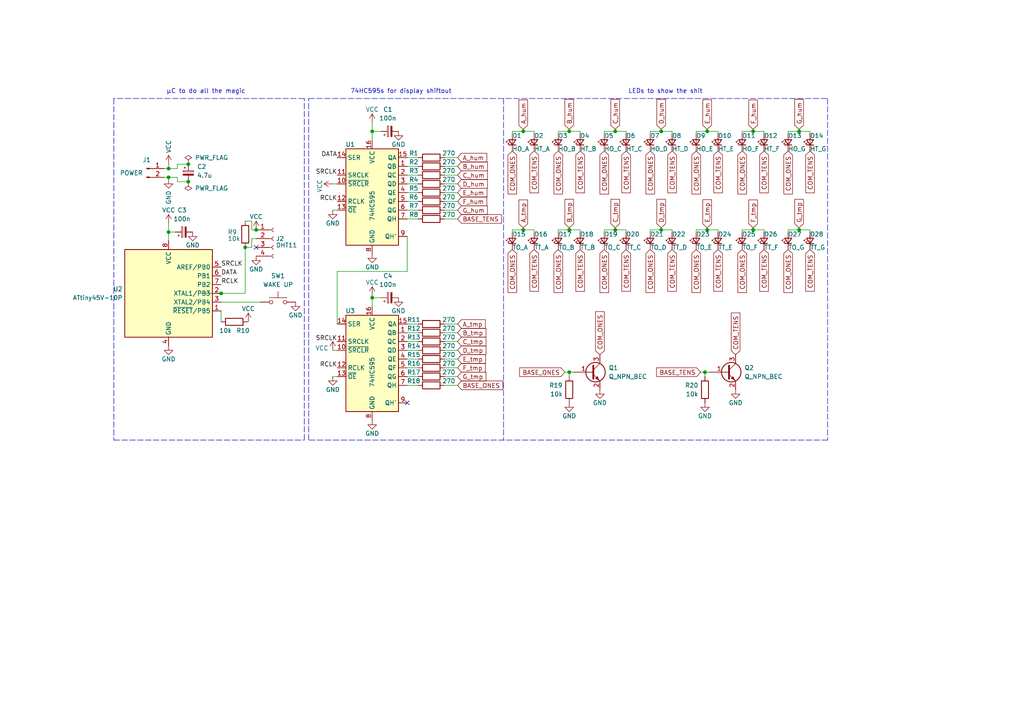
<source format=kicad_sch>
(kicad_sch (version 20211123) (generator eeschema)
  (paper "A4")
  (lib_symbols
    (symbol "74xx:74HC595"
      (property "Reference" "U" (at -7.62 13.97 0))
      (property "Value" "74HC595" (at -7.62 -16.51 0))
      (symbol "74HC595_1_0"
        (pin tri_state line (at 10.16 7.62 180) (length 2.54) (name "QB") (number "1"))
        (pin input line (at -10.16 2.54 0) (length 2.54) (name "~{SRCLR}") (number "10"))
        (pin input line (at -10.16 5.08 0) (length 2.54) (name "SRCLK") (number "11"))
        (pin input line (at -10.16 -2.54 0) (length 2.54) (name "RCLK") (number "12"))
        (pin input line (at -10.16 -5.08 0) (length 2.54) (name "~{OE}") (number "13"))
        (pin input line (at -10.16 10.16 0) (length 2.54) (name "SER") (number "14"))
        (pin tri_state line (at 10.16 10.16 180) (length 2.54) (name "QA") (number "15"))
        (pin power_in line (at 0 15.24 270) (length 2.54) (name "VCC") (number "16"))
        (pin tri_state line (at 10.16 5.08 180) (length 2.54) (name "QC") (number "2"))
        (pin tri_state line (at 10.16 2.54 180) (length 2.54) (name "QD") (number "3"))
        (pin tri_state line (at 10.16 0 180) (length 2.54) (name "QE") (number "4"))
        (pin tri_state line (at 10.16 -2.54 180) (length 2.54) (name "QF") (number "5"))
        (pin tri_state line (at 10.16 -5.08 180) (length 2.54) (name "QG") (number "6"))
        (pin tri_state line (at 10.16 -7.62 180) (length 2.54) (name "QH") (number "7"))
        (pin power_in line (at 0 -17.78 90) (length 2.54) (name "GND") (number "8"))
        (pin output line (at 10.16 -12.7 180) (length 2.54) (name "QH'") (number "9"))
      )
      (symbol "74HC595_1_1"
        (rectangle (start -7.62 12.7) (end 7.62 -15.24) (stroke (width 0.254)) (fill (type background)))
      )
    )
    (symbol "Connector:Conn_01x02_Male" (pin_names (offset 1.016) hide)
      (property "Reference" "J" (at 0 2.54 0))
      (property "Value" "Conn_01x02_Male" (at 0 -5.08 0))
      (symbol "Conn_01x02_Male_1_1"
        (polyline (pts (xy 1.27 -2.54) (xy 0.8636 -2.54)) (stroke (width 0.1524)))
        (polyline (pts (xy 1.27 0) (xy 0.8636 0)) (stroke (width 0.1524)))
        (rectangle (start 0.8636 -2.413) (end 0 -2.667) (stroke (width 0.1524)) (fill (type outline)))
        (rectangle (start 0.8636 0.127) (end 0 -0.127) (stroke (width 0.1524)) (fill (type outline)))
        (pin passive line (at 5.08 0 180) (length 3.81) (name "Pin_1") (number "1"))
        (pin passive line (at 5.08 -2.54 180) (length 3.81) (name "Pin_2") (number "2"))
      )
    )
    (symbol "Connector:Conn_01x04_Female" (pin_names (offset 1.016) hide)
      (property "Reference" "J" (at 0 5.08 0))
      (property "Value" "Conn_01x04_Female" (at 0 -7.62 0))
      (symbol "Conn_01x04_Female_1_1"
        (arc (start 0 -4.572) (mid -0.508 -5.08) (end 0 -5.588) (stroke (width 0.1524)))
        (arc (start 0 -2.032) (mid -0.508 -2.54) (end 0 -3.048) (stroke (width 0.1524)))
        (polyline (pts (xy -1.27 -5.08) (xy -0.508 -5.08)) (stroke (width 0.1524)))
        (polyline (pts (xy -1.27 -2.54) (xy -0.508 -2.54)) (stroke (width 0.1524)))
        (polyline (pts (xy -1.27 0) (xy -0.508 0)) (stroke (width 0.1524)))
        (polyline (pts (xy -1.27 2.54) (xy -0.508 2.54)) (stroke (width 0.1524)))
        (arc (start 0 0.508) (mid -0.508 0) (end 0 -0.508) (stroke (width 0.1524)))
        (arc (start 0 3.048) (mid -0.508 2.54) (end 0 2.032) (stroke (width 0.1524)))
        (pin passive line (at -5.08 2.54 0) (length 3.81) (name "Pin_1") (number "1"))
        (pin passive line (at -5.08 0 0) (length 3.81) (name "Pin_2") (number "2"))
        (pin passive line (at -5.08 -2.54 0) (length 3.81) (name "Pin_3") (number "3"))
        (pin passive line (at -5.08 -5.08 0) (length 3.81) (name "Pin_4") (number "4"))
      )
    )
    (symbol "Device:C_Polarized_Small" (pin_numbers hide) (pin_names (offset 0.254) hide)
      (property "Reference" "C" (at 0.254 1.778 0))
      (property "Value" "C_Polarized_Small" (at 0.254 -2.032 0))
      (symbol "C_Polarized_Small_0_1"
        (rectangle (start -1.524 -0.3048) (end 1.524 -0.6858) (fill (type outline)))
        (rectangle (start -1.524 0.6858) (end 1.524 0.3048))
        (polyline (pts (xy -1.27 1.524) (xy -0.762 1.524)))
        (polyline (pts (xy -1.016 1.27) (xy -1.016 1.778)))
      )
      (symbol "C_Polarized_Small_1_1"
        (pin passive line (at 0 2.54 270) (length 1.8542) (name "~") (number "1"))
        (pin passive line (at 0 -2.54 90) (length 1.8542) (name "~") (number "2"))
      )
    )
    (symbol "Device:LED_Small" (pin_numbers hide) (pin_names (offset 0.254) hide)
      (property "Reference" "D" (at -1.27 3.175 0))
      (property "Value" "LED_Small" (at -4.445 -2.54 0))
      (symbol "LED_Small_0_1"
        (polyline (pts (xy -0.762 -1.016) (xy -0.762 1.016)) (stroke (width 0.254)))
        (polyline (pts (xy 1.016 0) (xy -0.762 0)))
        (polyline (pts (xy 0.762 -1.016) (xy -0.762 0) (xy 0.762 1.016) (xy 0.762 -1.016)) (stroke (width 0.254)))
        (polyline (pts (xy 0 0.762) (xy -0.508 1.27) (xy -0.254 1.27) (xy -0.508 1.27) (xy -0.508 1.016)))
        (polyline (pts (xy 0.508 1.27) (xy 0 1.778) (xy 0.254 1.778) (xy 0 1.778) (xy 0 1.524)))
      )
      (symbol "LED_Small_1_1"
        (pin passive line (at -2.54 0 0) (length 1.778) (name "K") (number "1"))
        (pin passive line (at 2.54 0 180) (length 1.778) (name "A") (number "2"))
      )
    )
    (symbol "Device:Q_NPN_BEC" (pin_names (offset 0) hide)
      (property "Reference" "Q" (at 5.08 1.27 0))
      (property "Value" "Q_NPN_BEC" (at 5.08 -1.27 0))
      (symbol "Q_NPN_BEC_0_1"
        (polyline (pts (xy 0.635 0.635) (xy 2.54 2.54)))
        (polyline (pts (xy 0.635 -0.635) (xy 2.54 -2.54) (xy 2.54 -2.54)))
        (polyline (pts (xy 0.635 1.905) (xy 0.635 -1.905) (xy 0.635 -1.905)) (stroke (width 0.508)))
        (polyline (pts (xy 1.27 -1.778) (xy 1.778 -1.27) (xy 2.286 -2.286) (xy 1.27 -1.778) (xy 1.27 -1.778)) (fill (type outline)))
        (circle (center 1.27 0) (radius 2.8194) (stroke (width 0.254)))
      )
      (symbol "Q_NPN_BEC_1_1"
        (pin input line (at -5.08 0 0) (length 5.715) (name "B") (number "1"))
        (pin passive line (at 2.54 -5.08 90) (length 2.54) (name "E") (number "2"))
        (pin passive line (at 2.54 5.08 270) (length 2.54) (name "C") (number "3"))
      )
    )
    (symbol "Device:R" (pin_numbers hide) (pin_names (offset 0))
      (property "Reference" "R" (at 2.032 0 90))
      (property "Value" "R" (at 0 0 90))
      (symbol "R_0_1"
        (rectangle (start -1.016 -2.54) (end 1.016 2.54) (stroke (width 0.254)))
      )
      (symbol "R_1_1"
        (pin passive line (at 0 3.81 270) (length 1.27) (name "~") (number "1"))
        (pin passive line (at 0 -3.81 90) (length 1.27) (name "~") (number "2"))
      )
    )
    (symbol "MCU_Microchip_ATtiny:ATtiny45V-10P"
      (property "Reference" "U" (at -12.7 13.97 0))
      (property "Value" "ATtiny45V-10P" (at 2.54 -13.97 0))
      (symbol "ATtiny45V-10P_0_1"
        (rectangle (start -12.7 -12.7) (end 12.7 12.7) (stroke (width 0.254)) (fill (type background)))
      )
      (symbol "ATtiny45V-10P_1_1"
        (pin bidirectional line (at 15.24 -5.08 180) (length 2.54) (name "~{RESET}/PB5") (number "1"))
        (pin bidirectional line (at 15.24 0 180) (length 2.54) (name "XTAL1/PB3") (number "2"))
        (pin bidirectional line (at 15.24 -2.54 180) (length 2.54) (name "XTAL2/PB4") (number "3"))
        (pin power_in line (at 0 -15.24 90) (length 2.54) (name "GND") (number "4"))
        (pin bidirectional line (at 15.24 7.62 180) (length 2.54) (name "AREF/PB0") (number "5"))
        (pin bidirectional line (at 15.24 5.08 180) (length 2.54) (name "PB1") (number "6"))
        (pin bidirectional line (at 15.24 2.54 180) (length 2.54) (name "PB2") (number "7"))
        (pin power_in line (at 0 15.24 270) (length 2.54) (name "VCC") (number "8"))
      )
    )
    (symbol "Switch:SW_Push" (pin_numbers hide) (pin_names (offset 1.016) hide)
      (property "Reference" "SW" (at 1.27 2.54 0))
      (property "Value" "SW_Push" (at 0 -1.524 0))
      (symbol "SW_Push_0_1"
        (circle (center -2.032 0) (radius 0.508))
        (polyline (pts (xy 0 1.27) (xy 0 3.048)))
        (polyline (pts (xy 2.54 1.27) (xy -2.54 1.27)))
        (circle (center 2.032 0) (radius 0.508))
        (pin passive line (at -5.08 0 0) (length 2.54) (name "1") (number "1"))
        (pin passive line (at 5.08 0 180) (length 2.54) (name "2") (number "2"))
      )
    )
    (symbol "power:GND" (power) (pin_names (offset 0))
      (property "Value" "GND" (at 0 -3.81 0))
      (symbol "GND_0_1"
        (polyline (pts (xy 0 0) (xy 0 -1.27) (xy 1.27 -1.27) (xy 0 -2.54) (xy -1.27 -1.27) (xy 0 -1.27)))
      )
      (symbol "GND_1_1"
        (pin power_in line (at 0 0 270) (length 0) hide (name "GND") (number "1"))
      )
    )
    (symbol "power:PWR_FLAG" (power) (pin_numbers hide) (pin_names (offset 0) hide)
      (property "Value" "PWR_FLAG" (at 0 3.81 0))
      (symbol "PWR_FLAG_0_0"
        (pin power_out line (at 0 0 90) (length 0) (name "pwr") (number "1"))
      )
      (symbol "PWR_FLAG_0_1"
        (polyline (pts (xy 0 0) (xy 0 1.27) (xy -1.016 1.905) (xy 0 2.54) (xy 1.016 1.905) (xy 0 1.27)))
      )
    )
    (symbol "power:VCC" (power) (pin_names (offset 0))
      (property "Value" "VCC" (at 0 3.81 0))
      (symbol "VCC_0_1"
        (polyline (pts (xy -0.762 1.27) (xy 0 2.54)))
        (polyline (pts (xy 0 0) (xy 0 2.54)))
        (polyline (pts (xy 0 2.54) (xy 0.762 1.27)))
      )
      (symbol "VCC_1_1"
        (pin power_in line (at 0 0 90) (length 0) hide (name "VCC") (number "1"))
      )
    )
  )
  (junction (at 48.895 48.895))
  (junction (at 54.61 52.705))
  (junction (at 74.295 66.675))
  (junction (at 165.1 107.95))
  (junction (at 107.95 38.1))
  (junction (at 205.105 38.1))
  (junction (at 165.1 66.675))
  (junction (at 165.1 38.1))
  (junction (at 231.775 38.1))
  (junction (at 218.44 66.675))
  (junction (at 231.775 66.675))
  (junction (at 151.765 38.1))
  (junction (at 48.895 51.435))
  (junction (at 64.135 85.09))
  (junction (at 178.435 38.1))
  (junction (at 54.61 47.625))
  (junction (at 218.44 38.1))
  (junction (at 151.765 66.675))
  (junction (at 205.105 66.675))
  (junction (at 204.47 107.95))
  (junction (at 48.895 67.31))
  (junction (at 178.435 66.675))
  (junction (at 191.77 66.675))
  (junction (at 71.12 71.755))
  (junction (at 191.77 38.1))
  (junction (at 107.95 86.36))
  (no_connect (at 74.295 71.755))
  (no_connect (at 118.11 116.84))
  (wire (pts (xy 231.775 66.675) (xy 234.95 66.675)))
  (wire (pts (xy 48.895 51.435) (xy 48.895 52.07)))
  (wire (pts (xy 118.11 101.6) (xy 121.285 101.6)))
  (wire (pts (xy 191.77 38.1) (xy 194.945 38.1)))
  (wire (pts (xy 48.895 47.625) (xy 48.895 48.895)))
  (wire (pts (xy 71.755 93.345) (xy 72.009 93.345)))
  (wire (pts (xy 128.905 48.26) (xy 132.715 48.26)))
  (polyline (pts (xy 33.02 28.575) (xy 33.02 127.635)))
  (wire (pts (xy 148.59 67.31) (xy 148.59 66.675)))
  (wire (pts (xy 188.595 67.31) (xy 188.595 66.675)))
  (wire (pts (xy 181.61 67.31) (xy 181.61 66.675)))
  (wire (pts (xy 228.6 66.675) (xy 231.775 66.675)))
  (wire (pts (xy 188.595 38.1) (xy 191.77 38.1)))
  (wire (pts (xy 74.295 69.215) (xy 73.025 69.215)))
  (wire (pts (xy 151.765 38.1) (xy 154.94 38.1)))
  (wire (pts (xy 228.6 38.735) (xy 228.6 38.1)))
  (wire (pts (xy 96.52 101.6) (xy 97.79 101.6)))
  (wire (pts (xy 151.765 66.675) (xy 154.94 66.675)))
  (wire (pts (xy 97.79 60.96) (xy 96.52 60.96)))
  (wire (pts (xy 118.11 93.98) (xy 121.285 93.98)))
  (wire (pts (xy 161.925 38.735) (xy 161.925 38.1)))
  (wire (pts (xy 205.105 66.675) (xy 208.28 66.675)))
  (wire (pts (xy 107.95 86.36) (xy 107.95 85.725)))
  (wire (pts (xy 231.775 38.1) (xy 234.95 38.1)))
  (wire (pts (xy 205.105 38.1) (xy 208.28 38.1)))
  (wire (pts (xy 218.44 66.675) (xy 218.44 66.04)))
  (wire (pts (xy 191.77 66.675) (xy 194.945 66.675)))
  (wire (pts (xy 58.42 85.09) (xy 64.135 85.09)))
  (wire (pts (xy 118.11 45.72) (xy 121.285 45.72)))
  (wire (pts (xy 128.905 55.88) (xy 132.715 55.88)))
  (wire (pts (xy 178.435 38.1) (xy 181.61 38.1)))
  (wire (pts (xy 191.77 66.675) (xy 191.77 66.04)))
  (wire (pts (xy 48.895 51.435) (xy 51.435 51.435)))
  (wire (pts (xy 194.945 38.735) (xy 194.945 38.1)))
  (polyline (pts (xy 88.265 28.575) (xy 33.02 28.575)))
  (wire (pts (xy 215.265 38.735) (xy 215.265 38.1)))
  (wire (pts (xy 110.49 86.36) (xy 107.95 86.36)))
  (wire (pts (xy 97.79 78.74) (xy 97.79 93.98)))
  (wire (pts (xy 231.775 66.675) (xy 231.775 66.04)))
  (wire (pts (xy 165.1 66.675) (xy 165.1 66.04)))
  (wire (pts (xy 205.105 66.675) (xy 205.105 66.04)))
  (wire (pts (xy 128.905 58.42) (xy 132.715 58.42)))
  (wire (pts (xy 128.905 106.68) (xy 132.715 106.68)))
  (wire (pts (xy 178.435 66.675) (xy 181.61 66.675)))
  (wire (pts (xy 204.47 109.22) (xy 204.47 107.95)))
  (wire (pts (xy 96.52 109.22) (xy 97.79 109.22)))
  (wire (pts (xy 148.59 66.675) (xy 151.765 66.675)))
  (wire (pts (xy 73.025 69.215) (xy 73.025 71.755)))
  (wire (pts (xy 175.26 38.735) (xy 175.26 38.1)))
  (wire (pts (xy 175.26 66.675) (xy 178.435 66.675)))
  (wire (pts (xy 151.765 66.675) (xy 151.765 66.04)))
  (wire (pts (xy 178.435 38.1) (xy 178.435 37.465)))
  (wire (pts (xy 208.28 38.735) (xy 208.28 38.1)))
  (wire (pts (xy 107.95 88.9) (xy 107.95 86.36)))
  (wire (pts (xy 118.11 55.88) (xy 121.285 55.88)))
  (wire (pts (xy 163.83 107.95) (xy 165.1 107.95)))
  (wire (pts (xy 48.895 64.77) (xy 48.895 67.31)))
  (wire (pts (xy 51.435 47.625) (xy 54.61 47.625)))
  (wire (pts (xy 181.61 38.735) (xy 181.61 38.1)))
  (wire (pts (xy 118.11 63.5) (xy 121.285 63.5)))
  (wire (pts (xy 228.6 38.1) (xy 231.775 38.1)))
  (wire (pts (xy 118.11 111.76) (xy 121.285 111.76)))
  (wire (pts (xy 118.11 50.8) (xy 121.285 50.8)))
  (wire (pts (xy 215.265 67.31) (xy 215.265 66.675)))
  (polyline (pts (xy 33.02 127.635) (xy 88.265 127.635)))
  (polyline (pts (xy 89.535 28.575) (xy 240.03 28.575)))
  (wire (pts (xy 128.905 111.76) (xy 132.715 111.76)))
  (wire (pts (xy 218.44 38.1) (xy 218.44 37.465)))
  (wire (pts (xy 204.47 107.95) (xy 205.74 107.95)))
  (wire (pts (xy 178.435 66.675) (xy 178.435 66.04)))
  (wire (pts (xy 118.11 53.34) (xy 121.285 53.34)))
  (wire (pts (xy 168.275 38.735) (xy 168.275 38.1)))
  (wire (pts (xy 221.615 38.735) (xy 221.615 38.1)))
  (wire (pts (xy 64.135 87.63) (xy 75.565 87.63)))
  (wire (pts (xy 201.93 38.735) (xy 201.93 38.1)))
  (wire (pts (xy 118.11 78.74) (xy 97.79 78.74)))
  (wire (pts (xy 51.435 51.435) (xy 51.435 52.705)))
  (wire (pts (xy 71.12 71.755) (xy 71.12 85.09)))
  (wire (pts (xy 201.93 67.31) (xy 201.93 66.675)))
  (polyline (pts (xy 240.03 28.575) (xy 240.03 127.635)))
  (wire (pts (xy 154.94 38.735) (xy 154.94 38.1)))
  (wire (pts (xy 118.11 106.68) (xy 121.285 106.68)))
  (wire (pts (xy 64.135 90.17) (xy 64.135 93.345)))
  (wire (pts (xy 107.95 38.1) (xy 107.95 35.56)))
  (wire (pts (xy 73.025 64.135) (xy 73.025 66.675)))
  (wire (pts (xy 161.925 38.1) (xy 165.1 38.1)))
  (wire (pts (xy 51.435 52.705) (xy 54.61 52.705)))
  (wire (pts (xy 128.905 104.14) (xy 132.715 104.14)))
  (wire (pts (xy 215.265 66.675) (xy 218.44 66.675)))
  (wire (pts (xy 118.11 96.52) (xy 121.285 96.52)))
  (wire (pts (xy 203.2 107.95) (xy 204.47 107.95)))
  (wire (pts (xy 97.79 53.34) (xy 96.52 53.34)))
  (wire (pts (xy 128.905 50.8) (xy 132.715 50.8)))
  (wire (pts (xy 121.285 99.06) (xy 118.11 99.06)))
  (wire (pts (xy 148.59 38.1) (xy 151.765 38.1)))
  (wire (pts (xy 188.595 66.675) (xy 191.77 66.675)))
  (wire (pts (xy 128.905 93.98) (xy 132.715 93.98)))
  (wire (pts (xy 161.925 66.675) (xy 165.1 66.675)))
  (wire (pts (xy 165.1 107.95) (xy 166.37 107.95)))
  (wire (pts (xy 128.905 101.6) (xy 132.715 101.6)))
  (wire (pts (xy 218.44 38.1) (xy 221.615 38.1)))
  (wire (pts (xy 47.625 51.435) (xy 48.895 51.435)))
  (wire (pts (xy 154.94 67.31) (xy 154.94 66.675)))
  (wire (pts (xy 175.26 38.1) (xy 178.435 38.1)))
  (wire (pts (xy 121.285 109.22) (xy 118.11 109.22)))
  (wire (pts (xy 118.11 60.96) (xy 121.285 60.96)))
  (wire (pts (xy 148.59 38.735) (xy 148.59 38.1)))
  (wire (pts (xy 234.95 67.31) (xy 234.95 66.675)))
  (wire (pts (xy 168.275 67.31) (xy 168.275 66.675)))
  (wire (pts (xy 215.265 38.1) (xy 218.44 38.1)))
  (wire (pts (xy 151.765 38.1) (xy 151.765 37.465)))
  (wire (pts (xy 110.49 38.1) (xy 107.95 38.1)))
  (wire (pts (xy 118.11 68.58) (xy 118.11 78.74)))
  (wire (pts (xy 50.8 67.31) (xy 48.895 67.31)))
  (wire (pts (xy 165.1 109.22) (xy 165.1 107.95)))
  (wire (pts (xy 51.435 48.895) (xy 51.435 47.625)))
  (wire (pts (xy 128.905 60.96) (xy 132.715 60.96)))
  (wire (pts (xy 128.905 109.22) (xy 132.715 109.22)))
  (wire (pts (xy 194.945 67.31) (xy 194.945 66.675)))
  (wire (pts (xy 165.1 66.675) (xy 168.275 66.675)))
  (wire (pts (xy 205.105 38.1) (xy 205.105 37.465)))
  (wire (pts (xy 208.28 67.31) (xy 208.28 66.675)))
  (wire (pts (xy 73.025 66.675) (xy 74.295 66.675)))
  (wire (pts (xy 218.44 66.675) (xy 221.615 66.675)))
  (wire (pts (xy 71.12 85.09) (xy 64.135 85.09)))
  (wire (pts (xy 228.6 67.31) (xy 228.6 66.675)))
  (wire (pts (xy 48.895 67.31) (xy 48.895 69.85)))
  (wire (pts (xy 121.285 104.14) (xy 118.11 104.14)))
  (wire (pts (xy 201.93 66.675) (xy 205.105 66.675)))
  (wire (pts (xy 221.615 67.31) (xy 221.615 66.675)))
  (wire (pts (xy 191.77 38.1) (xy 191.77 37.465)))
  (wire (pts (xy 234.95 38.735) (xy 234.95 38.1)))
  (wire (pts (xy 107.95 40.64) (xy 107.95 38.1)))
  (wire (pts (xy 128.905 96.52) (xy 132.715 96.52)))
  (wire (pts (xy 128.905 45.72) (xy 132.715 45.72)))
  (wire (pts (xy 118.11 58.42) (xy 121.285 58.42)))
  (polyline (pts (xy 88.265 127.635) (xy 88.265 28.575)))
  (wire (pts (xy 73.025 71.755) (xy 71.12 71.755)))
  (wire (pts (xy 118.11 48.26) (xy 121.285 48.26)))
  (wire (pts (xy 48.895 48.895) (xy 51.435 48.895)))
  (wire (pts (xy 128.905 99.06) (xy 132.715 99.06)))
  (wire (pts (xy 231.775 38.1) (xy 231.775 37.465)))
  (wire (pts (xy 71.12 64.135) (xy 73.025 64.135)))
  (wire (pts (xy 201.93 38.1) (xy 205.105 38.1)))
  (wire (pts (xy 128.905 63.5) (xy 132.715 63.5)))
  (wire (pts (xy 128.905 53.34) (xy 132.715 53.34)))
  (wire (pts (xy 161.925 67.31) (xy 161.925 66.675)))
  (wire (pts (xy 165.1 38.1) (xy 168.275 38.1)))
  (wire (pts (xy 188.595 38.735) (xy 188.595 38.1)))
  (polyline (pts (xy 89.535 127.635) (xy 89.535 28.575)))
  (polyline (pts (xy 240.03 127.635) (xy 89.535 127.635)))
  (polyline (pts (xy 146.05 28.575) (xy 146.05 127.635)))
  (wire (pts (xy 165.1 38.1) (xy 165.1 37.465)))
  (wire (pts (xy 47.625 48.895) (xy 48.895 48.895)))
  (wire (pts (xy 175.26 67.31) (xy 175.26 66.675)))
  (text "74HC595s for display shiftout" (at 101.6 27.305 0) (effects (font (size 1.27 1.27)) (justify left bottom)))
  (text "LEDs to show the shit" (at 182.245 27.305 0) (effects (font (size 1.27 1.27)) (justify left bottom)))
  (text "µC to do all the magic" (at 48.26 27.305 0) (effects (font (size 1.27 1.27)) (justify left bottom)))
  (label "RCLK" (at 97.79 106.68 180))
  (label "DATA" (at 64.135 80.01 0))
  (label "SRCLK" (at 97.79 99.06 180))
  (label "SRCLK" (at 64.135 77.47 0))
  (label "RCLK" (at 64.135 82.55 0))
  (label "DATA" (at 97.79 45.72 180))
  (label "SRCLK" (at 97.79 50.8 180))
  (label "RCLK" (at 97.79 58.42 180))
  (global_label "E_hum" (shape input) (at 132.715 55.88 0) (property "Intersheet References" "${INTERSHEET_REFS}" (effects hide)))
  (global_label "COM_ONES" (shape input) (at 201.93 43.815 270) (property "Intersheet References" "${INTERSHEET_REFS}" (effects hide)))
  (global_label "COM_TENS" (shape input) (at 168.275 72.39 270) (property "Intersheet References" "${INTERSHEET_REFS}" (effects hide)))
  (global_label "E_tmp" (shape input) (at 205.105 66.04 90) (property "Intersheet References" "${INTERSHEET_REFS}" (effects hide)))
  (global_label "E_tmp" (shape input) (at 132.715 104.14 0) (property "Intersheet References" "${INTERSHEET_REFS}" (effects hide)))
  (global_label "COM_TENS" (shape input) (at 208.28 72.39 270) (property "Intersheet References" "${INTERSHEET_REFS}" (effects hide)))
  (global_label "COM_ONES" (shape input) (at 148.59 72.39 270) (property "Intersheet References" "${INTERSHEET_REFS}" (effects hide)))
  (global_label "F_hum" (shape input) (at 218.44 37.465 90) (property "Intersheet References" "${INTERSHEET_REFS}" (effects hide)))
  (global_label "D_hum" (shape input) (at 132.715 53.34 0) (property "Intersheet References" "${INTERSHEET_REFS}" (effects hide)))
  (global_label "A_tmp" (shape input) (at 151.765 66.04 90) (property "Intersheet References" "${INTERSHEET_REFS}" (effects hide)))
  (global_label "COM_TENS" (shape input) (at 181.61 72.39 270) (property "Intersheet References" "${INTERSHEET_REFS}" (effects hide)))
  (global_label "C_tmp" (shape input) (at 132.715 99.06 0) (property "Intersheet References" "${INTERSHEET_REFS}" (effects hide)))
  (global_label "BASE_TENS" (shape input) (at 203.2 107.95 180) (property "Intersheet References" "${INTERSHEET_REFS}" (effects hide)))
  (global_label "G_tmp" (shape input) (at 132.715 109.22 0) (property "Intersheet References" "${INTERSHEET_REFS}" (effects hide)))
  (global_label "D_tmp" (shape input) (at 191.77 66.04 90) (property "Intersheet References" "${INTERSHEET_REFS}" (effects hide)))
  (global_label "COM_ONES" (shape input) (at 215.265 43.815 270) (property "Intersheet References" "${INTERSHEET_REFS}" (effects hide)))
  (global_label "C_hum" (shape input) (at 178.435 37.465 90) (property "Intersheet References" "${INTERSHEET_REFS}" (effects hide)))
  (global_label "COM_ONES" (shape input) (at 161.925 43.815 270) (property "Intersheet References" "${INTERSHEET_REFS}" (effects hide)))
  (global_label "B_hum" (shape input) (at 165.1 37.465 90) (property "Intersheet References" "${INTERSHEET_REFS}" (effects hide)))
  (global_label "COM_ONES" (shape input) (at 175.26 43.815 270) (property "Intersheet References" "${INTERSHEET_REFS}" (effects hide)))
  (global_label "COM_TENS" (shape input) (at 168.275 43.815 270) (property "Intersheet References" "${INTERSHEET_REFS}" (effects hide)))
  (global_label "COM_ONES" (shape input) (at 188.595 72.39 270) (property "Intersheet References" "${INTERSHEET_REFS}" (effects hide)))
  (global_label "COM_TENS" (shape input) (at 234.95 43.815 270) (property "Intersheet References" "${INTERSHEET_REFS}" (effects hide)))
  (global_label "COM_ONES" (shape input) (at 161.925 72.39 270) (property "Intersheet References" "${INTERSHEET_REFS}" (effects hide)))
  (global_label "D_hum" (shape input) (at 191.77 37.465 90) (property "Intersheet References" "${INTERSHEET_REFS}" (effects hide)))
  (global_label "A_hum" (shape input) (at 151.765 37.465 90) (property "Intersheet References" "${INTERSHEET_REFS}" (effects hide)))
  (global_label "COM_ONES" (shape input) (at 173.99 102.87 90) (property "Intersheet References" "${INTERSHEET_REFS}" (effects hide)))
  (global_label "COM_TENS" (shape input) (at 154.94 72.39 270) (property "Intersheet References" "${INTERSHEET_REFS}" (effects hide)))
  (global_label "COM_ONES" (shape input) (at 215.265 72.39 270) (property "Intersheet References" "${INTERSHEET_REFS}" (effects hide)))
  (global_label "G_tmp" (shape input) (at 231.775 66.04 90) (property "Intersheet References" "${INTERSHEET_REFS}" (effects hide)))
  (global_label "COM_TENS" (shape input) (at 154.94 43.815 270) (property "Intersheet References" "${INTERSHEET_REFS}" (effects hide)))
  (global_label "COM_ONES" (shape input) (at 175.26 72.39 270) (property "Intersheet References" "${INTERSHEET_REFS}" (effects hide)))
  (global_label "B_tmp" (shape input) (at 132.715 96.52 0) (property "Intersheet References" "${INTERSHEET_REFS}" (effects hide)))
  (global_label "COM_TENS" (shape input) (at 221.615 72.39 270) (property "Intersheet References" "${INTERSHEET_REFS}" (effects hide)))
  (global_label "F_hum" (shape input) (at 132.715 58.42 0) (property "Intersheet References" "${INTERSHEET_REFS}" (effects hide)))
  (global_label "COM_TENS" (shape input) (at 181.61 43.815 270) (property "Intersheet References" "${INTERSHEET_REFS}" (effects hide)))
  (global_label "F_tmp" (shape input) (at 132.715 106.68 0) (property "Intersheet References" "${INTERSHEET_REFS}" (effects hide)))
  (global_label "D_tmp" (shape input) (at 132.715 101.6 0) (property "Intersheet References" "${INTERSHEET_REFS}" (effects hide)))
  (global_label "COM_TENS" (shape input) (at 234.95 72.39 270) (property "Intersheet References" "${INTERSHEET_REFS}" (effects hide)))
  (global_label "COM_ONES" (shape input) (at 148.59 43.815 270) (property "Intersheet References" "${INTERSHEET_REFS}" (effects hide)))
  (global_label "BASE_ONES" (shape input) (at 163.83 107.95 180) (property "Intersheet References" "${INTERSHEET_REFS}" (effects hide)))
  (global_label "COM_ONES" (shape input) (at 228.6 72.39 270) (property "Intersheet References" "${INTERSHEET_REFS}" (effects hide)))
  (global_label "C_tmp" (shape input) (at 178.435 66.04 90) (property "Intersheet References" "${INTERSHEET_REFS}" (effects hide)))
  (global_label "G_hum" (shape input) (at 132.715 60.96 0) (property "Intersheet References" "${INTERSHEET_REFS}" (effects hide)))
  (global_label "COM_ONES" (shape input) (at 201.93 72.39 270) (property "Intersheet References" "${INTERSHEET_REFS}" (effects hide)))
  (global_label "COM_TENS" (shape input) (at 221.615 43.815 270) (property "Intersheet References" "${INTERSHEET_REFS}" (effects hide)))
  (global_label "B_hum" (shape input) (at 132.715 48.26 0) (property "Intersheet References" "${INTERSHEET_REFS}" (effects hide)))
  (global_label "COM_TENS" (shape input) (at 194.945 72.39 270) (property "Intersheet References" "${INTERSHEET_REFS}" (effects hide)))
  (global_label "COM_TENS" (shape input) (at 194.945 43.815 270) (property "Intersheet References" "${INTERSHEET_REFS}" (effects hide)))
  (global_label "F_tmp" (shape input) (at 218.44 66.04 90) (property "Intersheet References" "${INTERSHEET_REFS}" (effects hide)))
  (global_label "BASE_TENS" (shape input) (at 132.715 63.5 0) (property "Intersheet References" "${INTERSHEET_REFS}" (effects hide)))
  (global_label "COM_TENS" (shape input) (at 213.36 102.87 90) (property "Intersheet References" "${INTERSHEET_REFS}" (effects hide)))
  (global_label "A_hum" (shape input) (at 132.715 45.72 0) (property "Intersheet References" "${INTERSHEET_REFS}" (effects hide)))
  (global_label "E_hum" (shape input) (at 205.105 37.465 90) (property "Intersheet References" "${INTERSHEET_REFS}" (effects hide)))
  (global_label "A_tmp" (shape input) (at 132.715 93.98 0) (property "Intersheet References" "${INTERSHEET_REFS}" (effects hide)))
  (global_label "COM_TENS" (shape input) (at 208.28 43.815 270) (property "Intersheet References" "${INTERSHEET_REFS}" (effects hide)))
  (global_label "BASE_ONES" (shape input) (at 132.715 111.76 0) (property "Intersheet References" "${INTERSHEET_REFS}" (effects hide)))
  (global_label "C_hum" (shape input) (at 132.715 50.8 0) (property "Intersheet References" "${INTERSHEET_REFS}" (effects hide)))
  (global_label "COM_ONES" (shape input) (at 188.595 43.815 270) (property "Intersheet References" "${INTERSHEET_REFS}" (effects hide)))
  (global_label "COM_ONES" (shape input) (at 228.6 43.815 270) (property "Intersheet References" "${INTERSHEET_REFS}" (effects hide)))
  (global_label "G_hum" (shape input) (at 231.775 37.465 90) (property "Intersheet References" "${INTERSHEET_REFS}" (effects hide)))
  (global_label "B_tmp" (shape input) (at 165.1 66.04 90) (property "Intersheet References" "${INTERSHEET_REFS}" (effects hide)))
  (symbol (lib_id "Device:R") (at 67.945 93.345 270) (unit 1)
    (property "Reference" "R10" (at 70.485 95.885 90))
    (property "Value" "10k" (at 65.405 95.885 90))
    (property "Footprint" "Resistor_SMD:R_1206_3216Metric_Pad1.30x1.75mm_HandSolder" (effects hide))
  )
  (symbol (lib_id "Switch:SW_Push") (at 80.645 87.63 0) (unit 1)
    (property "Reference" "SW1" (at 80.645 80.01 0))
    (property "Value" "WAKE UP" (at 80.645 82.55 0))
    (property "Footprint" "Connector_PinHeader_2.54mm:PinHeader_1x02_P2.54mm_Vertical" (effects hide))
  )
  (symbol (lib_id "74xx:74HC595") (at 107.95 55.88 0) (unit 1)
    (property "Reference" "U1" (at 101.6 41.91 0))
    (property "Value" "74HC595" (at 107.95 59.69 90))
    (property "Footprint" "custom:FakeSMD_DIP-16" (effects hide))
    (property "Datasheet" "http://www.ti.com/lit/ds/symlink/sn74hc595.pdf" (effects hide))
  )
  (symbol (lib_id "74xx:74HC595") (at 107.95 104.14 0) (unit 1)
    (property "Reference" "U3" (at 101.6 90.17 0))
    (property "Value" "74HC595" (at 107.95 107.95 90))
    (property "Footprint" "custom:FakeSMD_DIP-16" (effects hide))
    (property "Datasheet" "http://www.ti.com/lit/ds/symlink/sn74hc595.pdf" (effects hide))
  )
  (symbol (lib_id "Device:R") (at 125.095 45.72 270) (unit 1)
    (property "Reference" "R1" (at 120.015 44.45 90))
    (property "Value" "270" (at 130.175 44.45 90))
    (property "Footprint" "Resistor_SMD:R_1206_3216Metric_Pad1.30x1.75mm_HandSolder" (effects hide))
  )
  (symbol (lib_id "Connector:Conn_01x02_Male") (at 42.545 48.895 0) (unit 1)
    (property "Reference" "J1" (at 42.545 46.355 0))
    (property "Value" "POWER" (at 38.1 50.165 0))
    (property "Footprint" "Connector_PinHeader_2.54mm:PinHeader_1x02_P2.54mm_Vertical" (effects hide))
  )
  (symbol (lib_id "power:PWR_FLAG") (at 54.61 47.625 0) (unit 1)
    (property "Reference" "#FLG01" (effects hide))
    (property "Value" "PWR_FLAG" (at 56.515 45.72 0) (effects (justify left)))
  )
  (symbol (lib_id "power:PWR_FLAG") (at 54.61 52.705 180) (unit 1)
    (property "Reference" "#FLG02" (effects hide))
    (property "Value" "PWR_FLAG" (at 56.515 54.61 0) (effects (justify right)))
  )
  (symbol (lib_id "power:GND") (at 48.895 100.33 0) (unit 1)
    (property "Reference" "#PWR016" (effects hide))
    (property "Value" "GND" (at 48.895 104.14 0))
  )
  (symbol (lib_id "power:VCC") (at 48.895 64.77 0) (unit 1)
    (property "Reference" "#PWR08" (effects hide))
    (property "Value" "VCC" (at 48.895 60.96 0))
  )
  (symbol (lib_id "power:VCC") (at 48.895 47.625 0) (unit 1)
    (property "Reference" "#PWR03" (effects hide))
    (property "Value" "VCC" (at 48.895 44.45 90) (effects (justify left)))
  )
  (symbol (lib_id "power:GND") (at 48.895 52.07 0) (unit 1)
    (property "Reference" "#PWR04" (effects hide))
    (property "Value" "GND" (at 48.895 55.245 90) (effects (justify right)))
  )
  (symbol (lib_id "power:GND") (at 55.88 67.31 0) (unit 1)
    (property "Reference" "#PWR010" (effects hide))
    (property "Value" "GND" (at 55.88 71.12 0))
  )
  (symbol (lib_id "power:VCC") (at 72.009 93.345 0) (unit 1)
    (property "Reference" "#PWR015" (effects hide))
    (property "Value" "VCC" (at 72.009 89.535 0))
  )
  (symbol (lib_id "Device:R") (at 165.1 113.03 180) (unit 1)
    (property "Reference" "R19" (at 163.195 111.7599 0) (effects (justify left)))
    (property "Value" "10k" (at 163.195 114.2999 0) (effects (justify left)))
    (property "Footprint" "Resistor_SMD:R_1206_3216Metric_Pad1.30x1.75mm_HandSolder" (effects hide))
  )
  (symbol (lib_id "Device:R") (at 204.47 113.03 180) (unit 1)
    (property "Reference" "R20" (at 202.565 111.7599 0) (effects (justify left)))
    (property "Value" "10k" (at 202.565 114.2999 0) (effects (justify left)))
    (property "Footprint" "Resistor_SMD:R_1206_3216Metric_Pad1.30x1.75mm_HandSolder" (effects hide))
  )
  (symbol (lib_id "power:GND") (at 165.1 116.84 0) (unit 1)
    (property "Reference" "#PWR021" (effects hide))
    (property "Value" "GND" (at 165.1 120.65 0))
  )
  (symbol (lib_id "power:GND") (at 204.47 116.84 0) (unit 1)
    (property "Reference" "#PWR022" (effects hide))
    (property "Value" "GND" (at 204.47 120.65 0))
  )
  (symbol (lib_id "power:VCC") (at 74.295 66.675 0) (unit 1)
    (property "Reference" "#PWR09" (effects hide))
    (property "Value" "VCC" (at 74.295 62.865 0))
  )
  (symbol (lib_id "power:GND") (at 74.295 74.295 0) (unit 1)
    (property "Reference" "#PWR06" (effects hide))
    (property "Value" "GND" (at 74.295 78.105 0))
  )
  (symbol (lib_id "power:VCC") (at 107.95 35.56 0) (unit 1)
    (property "Reference" "#PWR01" (effects hide))
    (property "Value" "VCC" (at 107.95 31.75 0))
  )
  (symbol (lib_id "power:GND") (at 115.57 38.1 0) (unit 1)
    (property "Reference" "#PWR02" (effects hide))
    (property "Value" "GND" (at 115.57 41.91 0))
  )
  (symbol (lib_id "power:VCC") (at 107.95 85.725 0) (unit 1)
    (property "Reference" "#PWR012" (effects hide))
    (property "Value" "VCC" (at 107.95 81.915 0))
  )
  (symbol (lib_id "power:GND") (at 115.57 86.36 0) (unit 1)
    (property "Reference" "#PWR013" (effects hide))
    (property "Value" "GND" (at 115.57 90.17 0))
  )
  (symbol (lib_id "power:GND") (at 107.95 121.92 0) (unit 1)
    (property "Reference" "#PWR023" (effects hide))
    (property "Value" "GND" (at 107.95 125.73 0))
  )
  (symbol (lib_id "power:GND") (at 107.95 73.66 0) (unit 1)
    (property "Reference" "#PWR011" (effects hide))
    (property "Value" "GND" (at 107.95 77.47 0))
  )
  (symbol (lib_id "power:GND") (at 85.725 87.63 0) (unit 1)
    (property "Reference" "#PWR014" (effects hide))
    (property "Value" "GND" (at 85.725 91.44 0))
  )
  (symbol (lib_id "power:VCC") (at 96.52 53.34 90) (unit 1)
    (property "Reference" "#PWR05" (effects hide))
    (property "Value" "VCC" (at 92.71 55.88 0) (effects (justify left)))
  )
  (symbol (lib_id "power:GND") (at 96.52 109.22 0) (unit 1)
    (property "Reference" "#PWR018" (effects hide))
    (property "Value" "GND" (at 96.52 113.03 0))
  )
  (symbol (lib_id "power:GND") (at 96.52 60.96 0) (unit 1)
    (property "Reference" "#PWR07" (effects hide))
    (property "Value" "GND" (at 96.52 64.77 0))
  )
  (symbol (lib_id "power:VCC") (at 96.52 101.6 0) (unit 1)
    (property "Reference" "#PWR017" (effects hide))
    (property "Value" "VCC" (at 91.44 100.965 0) (effects (justify left)))
  )
  (symbol (lib_id "Device:R") (at 125.095 48.26 270) (unit 1)
    (property "Reference" "R2" (at 120.015 46.99 90))
    (property "Value" "270" (at 130.175 46.99 90))
    (property "Footprint" "Resistor_SMD:R_1206_3216Metric_Pad1.30x1.75mm_HandSolder" (effects hide))
  )
  (symbol (lib_id "Device:R") (at 125.095 50.8 270) (unit 1)
    (property "Reference" "R3" (at 120.015 49.53 90))
    (property "Value" "270" (at 130.175 49.53 90))
    (property "Footprint" "Resistor_SMD:R_1206_3216Metric_Pad1.30x1.75mm_HandSolder" (effects hide))
  )
  (symbol (lib_id "Device:R") (at 125.095 53.34 270) (unit 1)
    (property "Reference" "R4" (at 120.015 52.07 90))
    (property "Value" "270" (at 130.175 52.07 90))
    (property "Footprint" "Resistor_SMD:R_1206_3216Metric_Pad1.30x1.75mm_HandSolder" (effects hide))
  )
  (symbol (lib_id "Device:R") (at 125.095 55.88 270) (unit 1)
    (property "Reference" "R5" (at 120.015 54.61 90))
    (property "Value" "270" (at 130.175 54.61 90))
    (property "Footprint" "Resistor_SMD:R_1206_3216Metric_Pad1.30x1.75mm_HandSolder" (effects hide))
  )
  (symbol (lib_id "Device:R") (at 125.095 58.42 270) (unit 1)
    (property "Reference" "R6" (at 120.015 57.15 90))
    (property "Value" "270" (at 130.175 57.15 90))
    (property "Footprint" "Resistor_SMD:R_1206_3216Metric_Pad1.30x1.75mm_HandSolder" (effects hide))
  )
  (symbol (lib_id "Device:R") (at 125.095 60.96 270) (unit 1)
    (property "Reference" "R7" (at 120.015 59.69 90))
    (property "Value" "270" (at 130.175 59.69 90))
    (property "Footprint" "Resistor_SMD:R_1206_3216Metric_Pad1.30x1.75mm_HandSolder" (effects hide))
  )
  (symbol (lib_id "Device:R") (at 125.095 63.5 270) (unit 1)
    (property "Reference" "R8" (at 120.015 62.23 90))
    (property "Value" "270" (at 130.175 62.23 90))
    (property "Footprint" "Resistor_SMD:R_1206_3216Metric_Pad1.30x1.75mm_HandSolder" (effects hide))
  )
  (symbol (lib_id "Device:R") (at 125.095 93.98 270) (unit 1)
    (property "Reference" "R11" (at 120.015 92.71 90))
    (property "Value" "270" (at 130.175 92.71 90))
    (property "Footprint" "Resistor_SMD:R_1206_3216Metric_Pad1.30x1.75mm_HandSolder" (effects hide))
  )
  (symbol (lib_id "Device:R") (at 125.095 96.52 270) (unit 1)
    (property "Reference" "R12" (at 120.015 95.25 90))
    (property "Value" "270" (at 130.175 95.25 90))
    (property "Footprint" "Resistor_SMD:R_1206_3216Metric_Pad1.30x1.75mm_HandSolder" (effects hide))
  )
  (symbol (lib_id "Device:R") (at 125.095 99.06 270) (unit 1)
    (property "Reference" "R13" (at 120.015 97.79 90))
    (property "Value" "270" (at 130.175 97.79 90))
    (property "Footprint" "Resistor_SMD:R_1206_3216Metric_Pad1.30x1.75mm_HandSolder" (effects hide))
  )
  (symbol (lib_id "Device:R") (at 125.095 101.6 270) (unit 1)
    (property "Reference" "R14" (at 120.015 100.33 90))
    (property "Value" "270" (at 130.175 100.33 90))
    (property "Footprint" "Resistor_SMD:R_1206_3216Metric_Pad1.30x1.75mm_HandSolder" (effects hide))
  )
  (symbol (lib_id "Device:R") (at 125.095 104.14 270) (unit 1)
    (property "Reference" "R15" (at 120.015 102.87 90))
    (property "Value" "270" (at 130.175 102.87 90))
    (property "Footprint" "Resistor_SMD:R_1206_3216Metric_Pad1.30x1.75mm_HandSolder" (effects hide))
  )
  (symbol (lib_id "Device:R") (at 125.095 106.68 270) (unit 1)
    (property "Reference" "R16" (at 120.015 105.41 90))
    (property "Value" "270" (at 130.175 105.41 90))
    (property "Footprint" "Resistor_SMD:R_1206_3216Metric_Pad1.30x1.75mm_HandSolder" (effects hide))
  )
  (symbol (lib_id "Device:R") (at 125.095 109.22 270) (unit 1)
    (property "Reference" "R17" (at 120.015 107.95 90))
    (property "Value" "270" (at 130.175 107.95 90))
    (property "Footprint" "Resistor_SMD:R_1206_3216Metric_Pad1.30x1.75mm_HandSolder" (effects hide))
  )
  (symbol (lib_id "Device:R") (at 125.095 111.76 270) (unit 1)
    (property "Reference" "R18" (at 120.015 110.49 90))
    (property "Value" "270" (at 130.175 110.49 90))
    (property "Footprint" "Resistor_SMD:R_1206_3216Metric_Pad1.30x1.75mm_HandSolder" (effects hide))
  )
  (symbol (lib_id "power:GND") (at 213.36 113.03 0) (unit 1)
    (property "Reference" "#PWR020" (effects hide))
    (property "Value" "GND" (at 213.36 116.84 0))
  )
  (symbol (lib_id "power:GND") (at 173.99 113.03 0) (unit 1)
    (property "Reference" "#PWR019" (effects hide))
    (property "Value" "GND" (at 173.99 116.84 0))
  )
  (symbol (lib_id "Device:R") (at 71.12 67.945 180) (unit 1)
    (property "Reference" "R9" (at 66.04 67.31 0) (effects (justify right)))
    (property "Value" "10k" (at 66.04 69.215 0) (effects (justify right)))
    (property "Footprint" "Resistor_SMD:R_1206_3216Metric_Pad1.30x1.75mm_HandSolder" (effects hide))
  )
  (symbol (lib_id "Device:C_Polarized_Small") (at 54.61 50.165 0) (unit 1)
    (property "Reference" "C2" (at 57.15 48.3488 0) (effects (justify left)))
    (property "Value" "4.7u" (at 57.15 50.8888 0) (effects (justify left)))
    (property "Footprint" "Capacitor_Tantalum_SMD:CP_EIA-3216-18_Kemet-A" (effects hide))
  )
  (symbol (lib_id "Device:LED_Small") (at 201.93 41.275 90) (unit 1)
    (property "Reference" "D9" (at 201.93 39.37 90) (effects (justify right)))
    (property "Value" "HO_E" (at 201.93 43.18 90) (effects (justify right)))
    (property "Footprint" "LED_THT:LED_D3.0mm" (effects hide))
  )
  (symbol (lib_id "Device:LED_Small") (at 215.265 41.275 90) (unit 1)
    (property "Reference" "D11" (at 215.265 39.37 90) (effects (justify right)))
    (property "Value" "HO_F" (at 215.265 43.18 90) (effects (justify right)))
    (property "Footprint" "LED_THT:LED_D3.0mm" (effects hide))
  )
  (symbol (lib_id "Device:LED_Small") (at 208.28 69.85 90) (unit 1)
    (property "Reference" "D24" (at 208.28 67.945 90) (effects (justify right)))
    (property "Value" "TT_E" (at 208.28 71.755 90) (effects (justify right)))
    (property "Footprint" "LED_THT:LED_D3.0mm" (effects hide))
  )
  (symbol (lib_id "Device:LED_Small") (at 168.275 69.85 90) (unit 1)
    (property "Reference" "D18" (at 168.275 67.945 90) (effects (justify right)))
    (property "Value" "TT_B" (at 168.275 71.755 90) (effects (justify right)))
    (property "Footprint" "LED_THT:LED_D3.0mm" (effects hide))
  )
  (symbol (lib_id "Device:LED_Small") (at 161.925 69.85 90) (unit 1)
    (property "Reference" "D17" (at 161.925 67.945 90) (effects (justify right)))
    (property "Value" "TO_B" (at 161.925 71.755 90) (effects (justify right)))
    (property "Footprint" "LED_THT:LED_D3.0mm" (effects hide))
  )
  (symbol (lib_id "Device:LED_Small") (at 154.94 69.85 90) (unit 1)
    (property "Reference" "D16" (at 154.94 67.945 90) (effects (justify right)))
    (property "Value" "TT_A" (at 154.94 71.755 90) (effects (justify right)))
    (property "Footprint" "LED_THT:LED_D3.0mm" (effects hide))
  )
  (symbol (lib_id "Device:LED_Small") (at 234.95 69.85 90) (unit 1)
    (property "Reference" "D28" (at 234.95 67.945 90) (effects (justify right)))
    (property "Value" "TT_G" (at 234.95 71.755 90) (effects (justify right)))
    (property "Footprint" "LED_THT:LED_D3.0mm" (effects hide))
  )
  (symbol (lib_id "Device:LED_Small") (at 215.265 69.85 90) (unit 1)
    (property "Reference" "D25" (at 215.265 67.945 90) (effects (justify right)))
    (property "Value" "TO_F" (at 215.265 71.755 90) (effects (justify right)))
    (property "Footprint" "LED_THT:LED_D3.0mm" (effects hide))
  )
  (symbol (lib_id "Device:LED_Small") (at 175.26 41.275 90) (unit 1)
    (property "Reference" "D5" (at 175.26 39.37 90) (effects (justify right)))
    (property "Value" "HO_C" (at 175.26 43.18 90) (effects (justify right)))
    (property "Footprint" "LED_THT:LED_D3.0mm" (effects hide))
  )
  (symbol (lib_id "Device:Q_NPN_BEC") (at 210.82 107.95 0) (unit 1)
    (property "Reference" "Q2" (at 215.9 106.6799 0) (effects (justify left)))
    (property "Value" "Q_NPN_BEC" (at 215.9 109.2199 0) (effects (justify left)))
    (property "Footprint" "Package_TO_SOT_SMD:SOT-23" (effects hide))
  )
  (symbol (lib_id "Device:LED_Small") (at 228.6 41.275 90) (unit 1)
    (property "Reference" "D13" (at 228.6 39.37 90) (effects (justify right)))
    (property "Value" "HO_G" (at 228.6 43.18 90) (effects (justify right)))
    (property "Footprint" "LED_THT:LED_D3.0mm" (effects hide))
  )
  (symbol (lib_id "Device:LED_Small") (at 194.945 69.85 90) (unit 1)
    (property "Reference" "D22" (at 194.945 67.945 90) (effects (justify right)))
    (property "Value" "TT_D" (at 194.945 71.755 90) (effects (justify right)))
    (property "Footprint" "LED_THT:LED_D3.0mm" (effects hide))
  )
  (symbol (lib_id "Device:LED_Small") (at 221.615 69.85 90) (unit 1)
    (property "Reference" "D26" (at 221.615 67.945 90) (effects (justify right)))
    (property "Value" "TT_F" (at 221.615 71.755 90) (effects (justify right)))
    (property "Footprint" "LED_THT:LED_D3.0mm" (effects hide))
  )
  (symbol (lib_id "Connector:Conn_01x04_Female") (at 79.375 69.215 0) (unit 1)
    (property "Reference" "J2" (at 80.01 69.215 0) (effects (justify left)))
    (property "Value" "DHT11" (at 80.01 71.12 0) (effects (justify left)))
    (property "Footprint" "Connector_PinHeader_2.54mm:PinHeader_1x04_P2.54mm_Vertical" (effects hide))
  )
  (symbol (lib_id "Device:LED_Small") (at 221.615 41.275 90) (unit 1)
    (property "Reference" "D12" (at 221.615 39.37 90) (effects (justify right)))
    (property "Value" "HT_F" (at 221.615 43.18 90) (effects (justify right)))
    (property "Footprint" "LED_THT:LED_D3.0mm" (effects hide))
  )
  (symbol (lib_id "Device:LED_Small") (at 188.595 69.85 90) (unit 1)
    (property "Reference" "D21" (at 188.595 67.945 90) (effects (justify right)))
    (property "Value" "TO_D" (at 188.595 71.755 90) (effects (justify right)))
    (property "Footprint" "LED_THT:LED_D3.0mm" (effects hide))
  )
  (symbol (lib_id "Device:LED_Small") (at 148.59 41.275 90) (unit 1)
    (property "Reference" "D1" (at 148.59 39.37 90) (effects (justify right)))
    (property "Value" "HO_A" (at 148.59 43.18 90) (effects (justify right)))
    (property "Footprint" "LED_THT:LED_D3.0mm" (effects hide))
  )
  (symbol (lib_id "Device:LED_Small") (at 201.93 69.85 90) (unit 1)
    (property "Reference" "D23" (at 201.93 67.945 90) (effects (justify right)))
    (property "Value" "TO_E" (at 201.93 71.755 90) (effects (justify right)))
    (property "Footprint" "LED_THT:LED_D3.0mm" (effects hide))
  )
  (symbol (lib_id "MCU_Microchip_ATtiny:ATtiny45V-10P") (at 48.895 85.09 0) (unit 1)
    (property "Reference" "U2" (at 35.56 83.8199 0) (effects (justify right)))
    (property "Value" "ATtiny45V-10P" (at 35.56 86.3599 0) (effects (justify right)))
    (property "Footprint" "custom:FakeSMD_DIP-8" (effects hide))
    (property "Datasheet" "http://ww1.microchip.com/downloads/en/DeviceDoc/atmel-2586-avr-8-bit-microcontroller-attiny25-attiny45-attiny85_datasheet.pdf" (effects hide))
  )
  (symbol (lib_id "Device:LED_Small") (at 228.6 69.85 90) (unit 1)
    (property "Reference" "D27" (at 228.6 67.945 90) (effects (justify right)))
    (property "Value" "TO_G" (at 228.6 71.755 90) (effects (justify right)))
    (property "Footprint" "LED_THT:LED_D3.0mm" (effects hide))
  )
  (symbol (lib_id "Device:LED_Small") (at 208.28 41.275 90) (unit 1)
    (property "Reference" "D10" (at 208.28 39.37 90) (effects (justify right)))
    (property "Value" "HT_E" (at 208.28 43.18 90) (effects (justify right)))
    (property "Footprint" "LED_THT:LED_D3.0mm" (effects hide))
  )
  (symbol (lib_id "Device:LED_Small") (at 154.94 41.275 90) (unit 1)
    (property "Reference" "D2" (at 154.94 39.37 90) (effects (justify right)))
    (property "Value" "HT_A" (at 154.94 43.18 90) (effects (justify right)))
    (property "Footprint" "LED_THT:LED_D3.0mm" (effects hide))
  )
  (symbol (lib_id "Device:Q_NPN_BEC") (at 171.45 107.95 0) (unit 1)
    (property "Reference" "Q1" (at 176.53 106.6799 0) (effects (justify left)))
    (property "Value" "Q_NPN_BEC" (at 176.53 109.2199 0) (effects (justify left)))
    (property "Footprint" "Package_TO_SOT_SMD:SOT-23" (effects hide))
  )
  (symbol (lib_id "Device:LED_Small") (at 161.925 41.275 90) (unit 1)
    (property "Reference" "D3" (at 161.925 39.37 90) (effects (justify right)))
    (property "Value" "HO_B" (at 161.925 43.18 90) (effects (justify right)))
    (property "Footprint" "LED_THT:LED_D3.0mm" (effects hide))
  )
  (symbol (lib_id "Device:LED_Small") (at 148.59 69.85 90) (unit 1)
    (property "Reference" "D15" (at 148.59 67.945 90) (effects (justify right)))
    (property "Value" "TO_A" (at 148.59 71.755 90) (effects (justify right)))
    (property "Footprint" "LED_THT:LED_D3.0mm" (effects hide))
  )
  (symbol (lib_id "Device:LED_Small") (at 194.945 41.275 90) (unit 1)
    (property "Reference" "D8" (at 194.945 39.37 90) (effects (justify right)))
    (property "Value" "HT_D" (at 194.945 43.18 90) (effects (justify right)))
    (property "Footprint" "LED_THT:LED_D3.0mm" (effects hide))
  )
  (symbol (lib_id "Device:C_Polarized_Small") (at 113.03 86.36 90) (unit 1)
    (property "Reference" "C4" (at 112.4839 80.01 90))
    (property "Value" "100n" (at 112.4839 82.55 90))
    (property "Footprint" "Capacitor_Tantalum_SMD:CP_EIA-3216-18_Kemet-A" (effects hide))
  )
  (symbol (lib_id "Device:LED_Small") (at 175.26 69.85 90) (unit 1)
    (property "Reference" "D19" (at 175.26 67.945 90) (effects (justify right)))
    (property "Value" "TO_C" (at 175.26 71.755 90) (effects (justify right)))
    (property "Footprint" "LED_THT:LED_D3.0mm" (effects hide))
  )
  (symbol (lib_id "Device:LED_Small") (at 188.595 41.275 90) (unit 1)
    (property "Reference" "D7" (at 188.595 39.37 90) (effects (justify right)))
    (property "Value" "HO_D" (at 188.595 43.18 90) (effects (justify right)))
    (property "Footprint" "LED_THT:LED_D3.0mm" (effects hide))
  )
  (symbol (lib_id "Device:LED_Small") (at 181.61 69.85 90) (unit 1)
    (property "Reference" "D20" (at 181.61 67.945 90) (effects (justify right)))
    (property "Value" "TT_C" (at 181.61 71.755 90) (effects (justify right)))
    (property "Footprint" "LED_THT:LED_D3.0mm" (effects hide))
  )
  (symbol (lib_id "Device:LED_Small") (at 181.61 41.275 90) (unit 1)
    (property "Reference" "D6" (at 181.61 39.37 90) (effects (justify right)))
    (property "Value" "HT_C" (at 181.61 43.18 90) (effects (justify right)))
    (property "Footprint" "LED_THT:LED_D3.0mm" (effects hide))
  )
  (symbol (lib_id "Device:C_Polarized_Small") (at 53.34 67.31 90) (unit 1)
    (property "Reference" "C3" (at 52.7939 60.96 90))
    (property "Value" "100n" (at 52.7939 63.5 90))
    (property "Footprint" "Capacitor_Tantalum_SMD:CP_EIA-3216-18_Kemet-A" (effects hide))
  )
  (symbol (lib_id "Device:C_Polarized_Small") (at 113.03 38.1 90) (unit 1)
    (property "Reference" "C1" (at 112.4839 31.75 90))
    (property "Value" "100n" (at 112.4839 34.29 90))
    (property "Footprint" "Capacitor_Tantalum_SMD:CP_EIA-3216-18_Kemet-A" (effects hide))
  )
  (symbol (lib_id "Device:LED_Small") (at 234.95 41.275 90) (unit 1)
    (property "Reference" "D14" (at 234.95 39.37 90) (effects (justify right)))
    (property "Value" "HT_G" (at 234.95 43.18 90) (effects (justify right)))
    (property "Footprint" "LED_THT:LED_D3.0mm" (effects hide))
  )
  (symbol (lib_id "Device:LED_Small") (at 168.275 41.275 90) (unit 1)
    (property "Reference" "D4" (at 168.275 39.37 90) (effects (justify right)))
    (property "Value" "HT_B" (at 168.275 43.18 90) (effects (justify right)))
    (property "Footprint" "LED_THT:LED_D3.0mm" (effects hide))
  )
)
</source>
